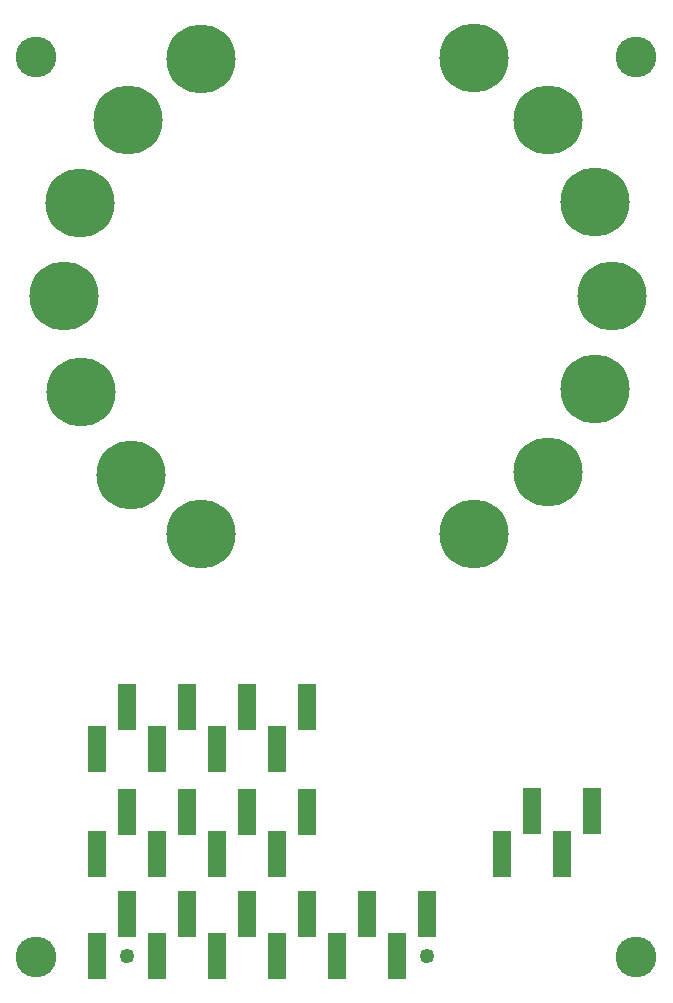
<source format=gts>
G04 MADE WITH FRITZING*
G04 WWW.FRITZING.ORG*
G04 DOUBLE SIDED*
G04 HOLES PLATED*
G04 CONTOUR ON CENTER OF CONTOUR VECTOR*
%ASAXBY*%
%FSLAX23Y23*%
%MOIN*%
%OFA0B0*%
%SFA1.0B1.0*%
%ADD10C,0.230472*%
%ADD11C,0.135984*%
%ADD12C,0.049370*%
%ADD13R,0.061181X0.151823*%
%LNMASK1*%
G90*
G70*
G54D10*
X646Y3190D03*
G54D11*
X2099Y198D03*
X2099Y3198D03*
X99Y198D03*
G54D10*
X248Y2079D03*
X649Y1608D03*
X244Y2711D03*
X2017Y2400D03*
X403Y2986D03*
X1804Y2988D03*
G54D11*
X99Y3198D03*
G54D10*
X413Y1803D03*
G54D12*
X402Y199D03*
G54D10*
X1559Y3193D03*
X1962Y2712D03*
X192Y2400D03*
X1804Y1812D03*
G54D12*
X1402Y199D03*
G54D10*
X1559Y1608D03*
X1962Y2089D03*
G54D13*
X1652Y541D03*
X1752Y682D03*
X1852Y541D03*
X1952Y682D03*
X302Y889D03*
X402Y1031D03*
X502Y889D03*
X602Y1031D03*
X702Y889D03*
X802Y1031D03*
X902Y889D03*
X1002Y1031D03*
X302Y539D03*
X402Y681D03*
X502Y539D03*
X602Y681D03*
X702Y539D03*
X802Y681D03*
X902Y539D03*
X1002Y681D03*
X302Y199D03*
X402Y341D03*
X502Y199D03*
X602Y341D03*
X702Y199D03*
X802Y341D03*
X902Y199D03*
X1002Y341D03*
X1102Y199D03*
X1202Y341D03*
X1302Y199D03*
X1402Y341D03*
G04 End of Mask1*
M02*
</source>
